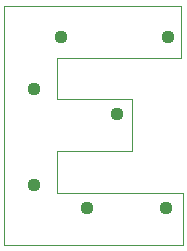
<source format=gbs>
G75*
%MOIN*%
%OFA0B0*%
%FSLAX24Y24*%
%IPPOS*%
%LPD*%
%AMOC8*
5,1,8,0,0,1.08239X$1,22.5*
%
%ADD10C,0.0000*%
%ADD11C,0.0437*%
D10*
X002767Y002767D02*
X002767Y010742D01*
X008668Y010742D01*
X008668Y009017D01*
X004517Y009017D01*
X004517Y007642D01*
X007017Y007642D01*
X007017Y005892D01*
X004517Y005892D01*
X004517Y004517D01*
X008704Y004517D01*
X008704Y002767D01*
X002767Y002767D01*
D11*
X005517Y004017D03*
X008142Y004017D03*
X003767Y004767D03*
X006517Y007142D03*
X003767Y007954D03*
X004642Y009704D03*
X008204Y009704D03*
M02*

</source>
